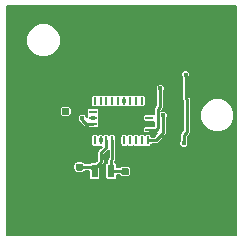
<source format=gbr>
G04 #@! TF.GenerationSoftware,KiCad,Pcbnew,5.0.1-33cea8e~67~ubuntu16.04.1*
G04 #@! TF.CreationDate,2018-10-18T10:52:16-04:00*
G04 #@! TF.ProjectId,IMU Breakout,494D5520427265616B6F75742E6B6963,rev?*
G04 #@! TF.SameCoordinates,Original*
G04 #@! TF.FileFunction,Copper,L2,Bot,Signal*
G04 #@! TF.FilePolarity,Positive*
%FSLAX46Y46*%
G04 Gerber Fmt 4.6, Leading zero omitted, Abs format (unit mm)*
G04 Created by KiCad (PCBNEW 5.0.1-33cea8e~67~ubuntu16.04.1) date Thu 18 Oct 2018 10:52:16 AM EDT*
%MOMM*%
%LPD*%
G01*
G04 APERTURE LIST*
G04 #@! TA.AperFunction,Conductor*
%ADD10C,0.100000*%
G04 #@! TD*
G04 #@! TA.AperFunction,SMDPad,CuDef*
%ADD11C,0.590000*%
G04 #@! TD*
G04 #@! TA.AperFunction,SMDPad,CuDef*
%ADD12R,0.675000X0.254000*%
G04 #@! TD*
G04 #@! TA.AperFunction,SMDPad,CuDef*
%ADD13R,0.254000X0.675000*%
G04 #@! TD*
G04 #@! TA.AperFunction,SMDPad,CuDef*
%ADD14R,0.600000X1.100000*%
G04 #@! TD*
G04 #@! TA.AperFunction,ViaPad*
%ADD15C,0.400000*%
G04 #@! TD*
G04 #@! TA.AperFunction,Conductor*
%ADD16C,0.250000*%
G04 #@! TD*
G04 #@! TA.AperFunction,Conductor*
%ADD17C,0.127000*%
G04 #@! TD*
G04 APERTURE END LIST*
D10*
G04 #@! TO.N,Net-(C3-Pad2)*
G04 #@! TO.C,C3*
G36*
X10526958Y-14015710D02*
X10541276Y-14017834D01*
X10555317Y-14021351D01*
X10568946Y-14026228D01*
X10582031Y-14032417D01*
X10594447Y-14039858D01*
X10606073Y-14048481D01*
X10616798Y-14058202D01*
X10626519Y-14068927D01*
X10635142Y-14080553D01*
X10642583Y-14092969D01*
X10648772Y-14106054D01*
X10653649Y-14119683D01*
X10657166Y-14133724D01*
X10659290Y-14148042D01*
X10660000Y-14162500D01*
X10660000Y-14457500D01*
X10659290Y-14471958D01*
X10657166Y-14486276D01*
X10653649Y-14500317D01*
X10648772Y-14513946D01*
X10642583Y-14527031D01*
X10635142Y-14539447D01*
X10626519Y-14551073D01*
X10616798Y-14561798D01*
X10606073Y-14571519D01*
X10594447Y-14580142D01*
X10582031Y-14587583D01*
X10568946Y-14593772D01*
X10555317Y-14598649D01*
X10541276Y-14602166D01*
X10526958Y-14604290D01*
X10512500Y-14605000D01*
X10167500Y-14605000D01*
X10153042Y-14604290D01*
X10138724Y-14602166D01*
X10124683Y-14598649D01*
X10111054Y-14593772D01*
X10097969Y-14587583D01*
X10085553Y-14580142D01*
X10073927Y-14571519D01*
X10063202Y-14561798D01*
X10053481Y-14551073D01*
X10044858Y-14539447D01*
X10037417Y-14527031D01*
X10031228Y-14513946D01*
X10026351Y-14500317D01*
X10022834Y-14486276D01*
X10020710Y-14471958D01*
X10020000Y-14457500D01*
X10020000Y-14162500D01*
X10020710Y-14148042D01*
X10022834Y-14133724D01*
X10026351Y-14119683D01*
X10031228Y-14106054D01*
X10037417Y-14092969D01*
X10044858Y-14080553D01*
X10053481Y-14068927D01*
X10063202Y-14058202D01*
X10073927Y-14048481D01*
X10085553Y-14039858D01*
X10097969Y-14032417D01*
X10111054Y-14026228D01*
X10124683Y-14021351D01*
X10138724Y-14017834D01*
X10153042Y-14015710D01*
X10167500Y-14015000D01*
X10512500Y-14015000D01*
X10526958Y-14015710D01*
X10526958Y-14015710D01*
G37*
D11*
G04 #@! TD*
G04 #@! TO.P,C3,2*
G04 #@! TO.N,Net-(C3-Pad2)*
X10340000Y-14310000D03*
D10*
G04 #@! TO.N,GND*
G04 #@! TO.C,C3*
G36*
X10526958Y-14985710D02*
X10541276Y-14987834D01*
X10555317Y-14991351D01*
X10568946Y-14996228D01*
X10582031Y-15002417D01*
X10594447Y-15009858D01*
X10606073Y-15018481D01*
X10616798Y-15028202D01*
X10626519Y-15038927D01*
X10635142Y-15050553D01*
X10642583Y-15062969D01*
X10648772Y-15076054D01*
X10653649Y-15089683D01*
X10657166Y-15103724D01*
X10659290Y-15118042D01*
X10660000Y-15132500D01*
X10660000Y-15427500D01*
X10659290Y-15441958D01*
X10657166Y-15456276D01*
X10653649Y-15470317D01*
X10648772Y-15483946D01*
X10642583Y-15497031D01*
X10635142Y-15509447D01*
X10626519Y-15521073D01*
X10616798Y-15531798D01*
X10606073Y-15541519D01*
X10594447Y-15550142D01*
X10582031Y-15557583D01*
X10568946Y-15563772D01*
X10555317Y-15568649D01*
X10541276Y-15572166D01*
X10526958Y-15574290D01*
X10512500Y-15575000D01*
X10167500Y-15575000D01*
X10153042Y-15574290D01*
X10138724Y-15572166D01*
X10124683Y-15568649D01*
X10111054Y-15563772D01*
X10097969Y-15557583D01*
X10085553Y-15550142D01*
X10073927Y-15541519D01*
X10063202Y-15531798D01*
X10053481Y-15521073D01*
X10044858Y-15509447D01*
X10037417Y-15497031D01*
X10031228Y-15483946D01*
X10026351Y-15470317D01*
X10022834Y-15456276D01*
X10020710Y-15441958D01*
X10020000Y-15427500D01*
X10020000Y-15132500D01*
X10020710Y-15118042D01*
X10022834Y-15103724D01*
X10026351Y-15089683D01*
X10031228Y-15076054D01*
X10037417Y-15062969D01*
X10044858Y-15050553D01*
X10053481Y-15038927D01*
X10063202Y-15028202D01*
X10073927Y-15018481D01*
X10085553Y-15009858D01*
X10097969Y-15002417D01*
X10111054Y-14996228D01*
X10124683Y-14991351D01*
X10138724Y-14987834D01*
X10153042Y-14985710D01*
X10167500Y-14985000D01*
X10512500Y-14985000D01*
X10526958Y-14985710D01*
X10526958Y-14985710D01*
G37*
D11*
G04 #@! TD*
G04 #@! TO.P,C3,1*
G04 #@! TO.N,GND*
X10340000Y-15280000D03*
D10*
G04 #@! TO.N,GND*
G04 #@! TO.C,C4*
G36*
X6656958Y-14590710D02*
X6671276Y-14592834D01*
X6685317Y-14596351D01*
X6698946Y-14601228D01*
X6712031Y-14607417D01*
X6724447Y-14614858D01*
X6736073Y-14623481D01*
X6746798Y-14633202D01*
X6756519Y-14643927D01*
X6765142Y-14655553D01*
X6772583Y-14667969D01*
X6778772Y-14681054D01*
X6783649Y-14694683D01*
X6787166Y-14708724D01*
X6789290Y-14723042D01*
X6790000Y-14737500D01*
X6790000Y-15032500D01*
X6789290Y-15046958D01*
X6787166Y-15061276D01*
X6783649Y-15075317D01*
X6778772Y-15088946D01*
X6772583Y-15102031D01*
X6765142Y-15114447D01*
X6756519Y-15126073D01*
X6746798Y-15136798D01*
X6736073Y-15146519D01*
X6724447Y-15155142D01*
X6712031Y-15162583D01*
X6698946Y-15168772D01*
X6685317Y-15173649D01*
X6671276Y-15177166D01*
X6656958Y-15179290D01*
X6642500Y-15180000D01*
X6297500Y-15180000D01*
X6283042Y-15179290D01*
X6268724Y-15177166D01*
X6254683Y-15173649D01*
X6241054Y-15168772D01*
X6227969Y-15162583D01*
X6215553Y-15155142D01*
X6203927Y-15146519D01*
X6193202Y-15136798D01*
X6183481Y-15126073D01*
X6174858Y-15114447D01*
X6167417Y-15102031D01*
X6161228Y-15088946D01*
X6156351Y-15075317D01*
X6152834Y-15061276D01*
X6150710Y-15046958D01*
X6150000Y-15032500D01*
X6150000Y-14737500D01*
X6150710Y-14723042D01*
X6152834Y-14708724D01*
X6156351Y-14694683D01*
X6161228Y-14681054D01*
X6167417Y-14667969D01*
X6174858Y-14655553D01*
X6183481Y-14643927D01*
X6193202Y-14633202D01*
X6203927Y-14623481D01*
X6215553Y-14614858D01*
X6227969Y-14607417D01*
X6241054Y-14601228D01*
X6254683Y-14596351D01*
X6268724Y-14592834D01*
X6283042Y-14590710D01*
X6297500Y-14590000D01*
X6642500Y-14590000D01*
X6656958Y-14590710D01*
X6656958Y-14590710D01*
G37*
D11*
G04 #@! TD*
G04 #@! TO.P,C4,1*
G04 #@! TO.N,GND*
X6470000Y-14885000D03*
D10*
G04 #@! TO.N,Net-(C4-Pad2)*
G04 #@! TO.C,C4*
G36*
X6656958Y-13620710D02*
X6671276Y-13622834D01*
X6685317Y-13626351D01*
X6698946Y-13631228D01*
X6712031Y-13637417D01*
X6724447Y-13644858D01*
X6736073Y-13653481D01*
X6746798Y-13663202D01*
X6756519Y-13673927D01*
X6765142Y-13685553D01*
X6772583Y-13697969D01*
X6778772Y-13711054D01*
X6783649Y-13724683D01*
X6787166Y-13738724D01*
X6789290Y-13753042D01*
X6790000Y-13767500D01*
X6790000Y-14062500D01*
X6789290Y-14076958D01*
X6787166Y-14091276D01*
X6783649Y-14105317D01*
X6778772Y-14118946D01*
X6772583Y-14132031D01*
X6765142Y-14144447D01*
X6756519Y-14156073D01*
X6746798Y-14166798D01*
X6736073Y-14176519D01*
X6724447Y-14185142D01*
X6712031Y-14192583D01*
X6698946Y-14198772D01*
X6685317Y-14203649D01*
X6671276Y-14207166D01*
X6656958Y-14209290D01*
X6642500Y-14210000D01*
X6297500Y-14210000D01*
X6283042Y-14209290D01*
X6268724Y-14207166D01*
X6254683Y-14203649D01*
X6241054Y-14198772D01*
X6227969Y-14192583D01*
X6215553Y-14185142D01*
X6203927Y-14176519D01*
X6193202Y-14166798D01*
X6183481Y-14156073D01*
X6174858Y-14144447D01*
X6167417Y-14132031D01*
X6161228Y-14118946D01*
X6156351Y-14105317D01*
X6152834Y-14091276D01*
X6150710Y-14076958D01*
X6150000Y-14062500D01*
X6150000Y-13767500D01*
X6150710Y-13753042D01*
X6152834Y-13738724D01*
X6156351Y-13724683D01*
X6161228Y-13711054D01*
X6167417Y-13697969D01*
X6174858Y-13685553D01*
X6183481Y-13673927D01*
X6193202Y-13663202D01*
X6203927Y-13653481D01*
X6215553Y-13644858D01*
X6227969Y-13637417D01*
X6241054Y-13631228D01*
X6254683Y-13626351D01*
X6268724Y-13622834D01*
X6283042Y-13620710D01*
X6297500Y-13620000D01*
X6642500Y-13620000D01*
X6656958Y-13620710D01*
X6656958Y-13620710D01*
G37*
D11*
G04 #@! TD*
G04 #@! TO.P,C4,2*
G04 #@! TO.N,Net-(C4-Pad2)*
X6470000Y-13915000D03*
D10*
G04 #@! TO.N,GND*
G04 #@! TO.C,C5*
G36*
X5476958Y-7945710D02*
X5491276Y-7947834D01*
X5505317Y-7951351D01*
X5518946Y-7956228D01*
X5532031Y-7962417D01*
X5544447Y-7969858D01*
X5556073Y-7978481D01*
X5566798Y-7988202D01*
X5576519Y-7998927D01*
X5585142Y-8010553D01*
X5592583Y-8022969D01*
X5598772Y-8036054D01*
X5603649Y-8049683D01*
X5607166Y-8063724D01*
X5609290Y-8078042D01*
X5610000Y-8092500D01*
X5610000Y-8387500D01*
X5609290Y-8401958D01*
X5607166Y-8416276D01*
X5603649Y-8430317D01*
X5598772Y-8443946D01*
X5592583Y-8457031D01*
X5585142Y-8469447D01*
X5576519Y-8481073D01*
X5566798Y-8491798D01*
X5556073Y-8501519D01*
X5544447Y-8510142D01*
X5532031Y-8517583D01*
X5518946Y-8523772D01*
X5505317Y-8528649D01*
X5491276Y-8532166D01*
X5476958Y-8534290D01*
X5462500Y-8535000D01*
X5117500Y-8535000D01*
X5103042Y-8534290D01*
X5088724Y-8532166D01*
X5074683Y-8528649D01*
X5061054Y-8523772D01*
X5047969Y-8517583D01*
X5035553Y-8510142D01*
X5023927Y-8501519D01*
X5013202Y-8491798D01*
X5003481Y-8481073D01*
X4994858Y-8469447D01*
X4987417Y-8457031D01*
X4981228Y-8443946D01*
X4976351Y-8430317D01*
X4972834Y-8416276D01*
X4970710Y-8401958D01*
X4970000Y-8387500D01*
X4970000Y-8092500D01*
X4970710Y-8078042D01*
X4972834Y-8063724D01*
X4976351Y-8049683D01*
X4981228Y-8036054D01*
X4987417Y-8022969D01*
X4994858Y-8010553D01*
X5003481Y-7998927D01*
X5013202Y-7988202D01*
X5023927Y-7978481D01*
X5035553Y-7969858D01*
X5047969Y-7962417D01*
X5061054Y-7956228D01*
X5074683Y-7951351D01*
X5088724Y-7947834D01*
X5103042Y-7945710D01*
X5117500Y-7945000D01*
X5462500Y-7945000D01*
X5476958Y-7945710D01*
X5476958Y-7945710D01*
G37*
D11*
G04 #@! TD*
G04 #@! TO.P,C5,1*
G04 #@! TO.N,GND*
X5290000Y-8240000D03*
D10*
G04 #@! TO.N,+BATT*
G04 #@! TO.C,C5*
G36*
X5476958Y-8915710D02*
X5491276Y-8917834D01*
X5505317Y-8921351D01*
X5518946Y-8926228D01*
X5532031Y-8932417D01*
X5544447Y-8939858D01*
X5556073Y-8948481D01*
X5566798Y-8958202D01*
X5576519Y-8968927D01*
X5585142Y-8980553D01*
X5592583Y-8992969D01*
X5598772Y-9006054D01*
X5603649Y-9019683D01*
X5607166Y-9033724D01*
X5609290Y-9048042D01*
X5610000Y-9062500D01*
X5610000Y-9357500D01*
X5609290Y-9371958D01*
X5607166Y-9386276D01*
X5603649Y-9400317D01*
X5598772Y-9413946D01*
X5592583Y-9427031D01*
X5585142Y-9439447D01*
X5576519Y-9451073D01*
X5566798Y-9461798D01*
X5556073Y-9471519D01*
X5544447Y-9480142D01*
X5532031Y-9487583D01*
X5518946Y-9493772D01*
X5505317Y-9498649D01*
X5491276Y-9502166D01*
X5476958Y-9504290D01*
X5462500Y-9505000D01*
X5117500Y-9505000D01*
X5103042Y-9504290D01*
X5088724Y-9502166D01*
X5074683Y-9498649D01*
X5061054Y-9493772D01*
X5047969Y-9487583D01*
X5035553Y-9480142D01*
X5023927Y-9471519D01*
X5013202Y-9461798D01*
X5003481Y-9451073D01*
X4994858Y-9439447D01*
X4987417Y-9427031D01*
X4981228Y-9413946D01*
X4976351Y-9400317D01*
X4972834Y-9386276D01*
X4970710Y-9371958D01*
X4970000Y-9357500D01*
X4970000Y-9062500D01*
X4970710Y-9048042D01*
X4972834Y-9033724D01*
X4976351Y-9019683D01*
X4981228Y-9006054D01*
X4987417Y-8992969D01*
X4994858Y-8980553D01*
X5003481Y-8968927D01*
X5013202Y-8958202D01*
X5023927Y-8948481D01*
X5035553Y-8939858D01*
X5047969Y-8932417D01*
X5061054Y-8926228D01*
X5074683Y-8921351D01*
X5088724Y-8917834D01*
X5103042Y-8915710D01*
X5117500Y-8915000D01*
X5462500Y-8915000D01*
X5476958Y-8915710D01*
X5476958Y-8915710D01*
G37*
D11*
G04 #@! TD*
G04 #@! TO.P,C5,2*
G04 #@! TO.N,+BATT*
X5290000Y-9210000D03*
D12*
G04 #@! TO.P,U2,19*
G04 #@! TO.N,SCL*
X12387500Y-10750000D03*
D13*
G04 #@! TO.P,U2,6*
G04 #@! TO.N,N/C*
X7750000Y-8337500D03*
D12*
G04 #@! TO.P,U2,2*
G04 #@! TO.N,GND*
X7612500Y-10750000D03*
D13*
G04 #@! TO.P,U2,1*
G04 #@! TO.N,N/C*
X7750000Y-11662500D03*
D12*
G04 #@! TO.P,U2,3*
G04 #@! TO.N,+3V3*
X7612500Y-10250000D03*
G04 #@! TO.P,U2,4*
X7612500Y-9750000D03*
G04 #@! TO.P,U2,5*
G04 #@! TO.N,N/C*
X7612500Y-9250000D03*
D13*
G04 #@! TO.P,U2,28*
G04 #@! TO.N,+3V3*
X8250000Y-11662500D03*
G04 #@! TO.P,U2,27*
G04 #@! TO.N,Net-(C4-Pad2)*
X8750000Y-11662500D03*
G04 #@! TO.P,U2,26*
G04 #@! TO.N,Net-(C3-Pad2)*
X9250000Y-11662500D03*
G04 #@! TO.P,U2,25*
G04 #@! TO.N,GND*
X9750000Y-11662500D03*
G04 #@! TO.P,U2,24*
G04 #@! TO.N,N/C*
X10250000Y-11662500D03*
G04 #@! TO.P,U2,23*
X10750000Y-11662500D03*
G04 #@! TO.P,U2,22*
X11250000Y-11662500D03*
G04 #@! TO.P,U2,21*
X11750000Y-11662500D03*
G04 #@! TO.P,U2,20*
G04 #@! TO.N,SDA*
X12250000Y-11662500D03*
G04 #@! TO.P,U2,7*
G04 #@! TO.N,N/C*
X8250000Y-8337500D03*
G04 #@! TO.P,U2,8*
X8750000Y-8337500D03*
G04 #@! TO.P,U2,9*
X9250000Y-8337500D03*
G04 #@! TO.P,U2,10*
X9750000Y-8337500D03*
G04 #@! TO.P,U2,11*
G04 #@! TO.N,+3V3*
X10250000Y-8337500D03*
G04 #@! TO.P,U2,12*
G04 #@! TO.N,N/C*
X10750000Y-8337500D03*
G04 #@! TO.P,U2,13*
X11250000Y-8337500D03*
G04 #@! TO.P,U2,14*
X11750000Y-8337500D03*
G04 #@! TO.P,U2,15*
G04 #@! TO.N,GND*
X12250000Y-8337500D03*
D12*
G04 #@! TO.P,U2,18*
X12387500Y-10250000D03*
G04 #@! TO.P,U2,17*
G04 #@! TO.N,N/C*
X12387500Y-9750000D03*
G04 #@! TO.P,U2,16*
G04 #@! TO.N,GND*
X12387500Y-9250000D03*
G04 #@! TD*
D14*
G04 #@! TO.P,Y2,1*
G04 #@! TO.N,Net-(C3-Pad2)*
X9144000Y-14266000D03*
G04 #@! TO.P,Y2,2*
G04 #@! TO.N,Net-(C4-Pad2)*
X7744000Y-14266000D03*
G04 #@! TD*
D15*
G04 #@! TO.N,GND*
X7370000Y-12180000D03*
X6910000Y-12180000D03*
X6910000Y-12600000D03*
X7360000Y-12600000D03*
X7780000Y-12590000D03*
X7800000Y-13010000D03*
X7390000Y-13010000D03*
X6930000Y-13010000D03*
X1630000Y-8340000D03*
X5250000Y-8190000D03*
X14560000Y-6370000D03*
X11460000Y-6410000D03*
X13160000Y-4670000D03*
X14620000Y-3320000D03*
X11510000Y-3340000D03*
X15080000Y-8410000D03*
X14800000Y-7260000D03*
X8440000Y-2910000D03*
G04 #@! TO.N,+BATT*
X5280000Y-9180000D03*
G04 #@! TO.N,+3V3*
X8250000Y-11650000D03*
X7600000Y-9760000D03*
X10230000Y-8350000D03*
X6710000Y-9790000D03*
G04 #@! TO.N,CS*
X15450000Y-6110000D03*
X15300000Y-11920000D03*
G04 #@! TO.N,SCL*
X13300000Y-7260000D03*
G04 #@! TO.N,SDA*
X13530000Y-9550000D03*
G04 #@! TD*
D16*
G04 #@! TO.N,Net-(C3-Pad2)*
X9250000Y-11662500D02*
X9250000Y-13240000D01*
X9144000Y-13346000D02*
X9144000Y-14266000D01*
X9250000Y-13240000D02*
X9144000Y-13346000D01*
X10296000Y-14266000D02*
X10340000Y-14310000D01*
X9144000Y-14266000D02*
X10296000Y-14266000D01*
G04 #@! TO.N,Net-(C4-Pad2)*
X8252001Y-12747999D02*
X8252001Y-13367999D01*
X8750000Y-12250000D02*
X8252001Y-12747999D01*
X8750000Y-11662500D02*
X8750000Y-12250000D01*
X7744000Y-14016000D02*
X7744000Y-14266000D01*
X8294000Y-13466000D02*
X7744000Y-14016000D01*
X8294000Y-13409998D02*
X8294000Y-13466000D01*
X8252001Y-13367999D02*
X8294000Y-13409998D01*
X7393000Y-13915000D02*
X7744000Y-14266000D01*
X6470000Y-13915000D02*
X7393000Y-13915000D01*
G04 #@! TO.N,+3V3*
X7025000Y-10250000D02*
X6710000Y-9935000D01*
X7612500Y-10250000D02*
X7025000Y-10250000D01*
X6710000Y-9935000D02*
X6710000Y-9790000D01*
G04 #@! TO.N,CS*
X15450000Y-8111038D02*
X15580000Y-8241038D01*
X15450000Y-6110000D02*
X15450000Y-8111038D01*
X15580000Y-8241038D02*
X15580000Y-10940000D01*
X15300000Y-11220000D02*
X15300000Y-11920000D01*
X15580000Y-10940000D02*
X15300000Y-11220000D01*
G04 #@! TO.N,SCL*
X12975000Y-10750000D02*
X13100000Y-10625000D01*
X12387500Y-10750000D02*
X12975000Y-10750000D01*
X13077999Y-10602999D02*
X13077999Y-9032001D01*
X13100000Y-10625000D02*
X13077999Y-10602999D01*
X13300000Y-8810000D02*
X13300000Y-7260000D01*
X13077999Y-9032001D02*
X13300000Y-8810000D01*
G04 #@! TO.N,SDA*
X13530000Y-9832842D02*
X13520000Y-9842842D01*
X13530000Y-9550000D02*
X13530000Y-9832842D01*
X13520000Y-9842842D02*
X13520000Y-11050000D01*
X12907500Y-11662500D02*
X12250000Y-11662500D01*
X13520000Y-11050000D02*
X12907500Y-11662500D01*
G04 #@! TD*
D17*
G04 #@! TO.N,GND*
G36*
X19709501Y-19709500D02*
X290500Y-19709500D01*
X290500Y-13767500D01*
X5955768Y-13767500D01*
X5955768Y-14062500D01*
X5981781Y-14193275D01*
X6055859Y-14304141D01*
X6166725Y-14378219D01*
X6297500Y-14404232D01*
X6642500Y-14404232D01*
X6773275Y-14378219D01*
X6884141Y-14304141D01*
X6933346Y-14230500D01*
X7249768Y-14230500D01*
X7249768Y-14816000D01*
X7264553Y-14890329D01*
X7306657Y-14953343D01*
X7369671Y-14995447D01*
X7444000Y-15010232D01*
X8044000Y-15010232D01*
X8118329Y-14995447D01*
X8181343Y-14953343D01*
X8223447Y-14890329D01*
X8238232Y-14816000D01*
X8238232Y-13967952D01*
X8495118Y-13711066D01*
X8521463Y-13693463D01*
X8591194Y-13589101D01*
X8609500Y-13497072D01*
X8609500Y-13497069D01*
X8615680Y-13466001D01*
X8610111Y-13438002D01*
X8615681Y-13409998D01*
X8591194Y-13286897D01*
X8591194Y-13286896D01*
X8567501Y-13251437D01*
X8567501Y-12878683D01*
X8934501Y-12511684D01*
X8934501Y-13106534D01*
X8916537Y-13118537D01*
X8873776Y-13182535D01*
X8846806Y-13222899D01*
X8822319Y-13346000D01*
X8828500Y-13377073D01*
X8828500Y-13524851D01*
X8769671Y-13536553D01*
X8706657Y-13578657D01*
X8664553Y-13641671D01*
X8649768Y-13716000D01*
X8649768Y-14816000D01*
X8664553Y-14890329D01*
X8706657Y-14953343D01*
X8769671Y-14995447D01*
X8844000Y-15010232D01*
X9444000Y-15010232D01*
X9518329Y-14995447D01*
X9581343Y-14953343D01*
X9623447Y-14890329D01*
X9638232Y-14816000D01*
X9638232Y-14581500D01*
X9850433Y-14581500D01*
X9851781Y-14588275D01*
X9925859Y-14699141D01*
X10036725Y-14773219D01*
X10167500Y-14799232D01*
X10512500Y-14799232D01*
X10643275Y-14773219D01*
X10754141Y-14699141D01*
X10828219Y-14588275D01*
X10854232Y-14457500D01*
X10854232Y-14162500D01*
X10828219Y-14031725D01*
X10754141Y-13920859D01*
X10643275Y-13846781D01*
X10512500Y-13820768D01*
X10167500Y-13820768D01*
X10036725Y-13846781D01*
X9925859Y-13920859D01*
X9906054Y-13950500D01*
X9638232Y-13950500D01*
X9638232Y-13716000D01*
X9623447Y-13641671D01*
X9581343Y-13578657D01*
X9518329Y-13536553D01*
X9459500Y-13524851D01*
X9459500Y-13479465D01*
X9477463Y-13467463D01*
X9547194Y-13363102D01*
X9565500Y-13271073D01*
X9571681Y-13240000D01*
X9565500Y-13208927D01*
X9565500Y-12028817D01*
X9571232Y-12000000D01*
X9571232Y-11325000D01*
X9928768Y-11325000D01*
X9928768Y-12000000D01*
X9943553Y-12074329D01*
X9985657Y-12137343D01*
X10048671Y-12179447D01*
X10123000Y-12194232D01*
X10377000Y-12194232D01*
X10451329Y-12179447D01*
X10500000Y-12146927D01*
X10548671Y-12179447D01*
X10623000Y-12194232D01*
X10877000Y-12194232D01*
X10951329Y-12179447D01*
X11000000Y-12146927D01*
X11048671Y-12179447D01*
X11123000Y-12194232D01*
X11377000Y-12194232D01*
X11451329Y-12179447D01*
X11500000Y-12146927D01*
X11548671Y-12179447D01*
X11623000Y-12194232D01*
X11877000Y-12194232D01*
X11951329Y-12179447D01*
X12000000Y-12146927D01*
X12048671Y-12179447D01*
X12123000Y-12194232D01*
X12377000Y-12194232D01*
X12451329Y-12179447D01*
X12514343Y-12137343D01*
X12556447Y-12074329D01*
X12571232Y-12000000D01*
X12571232Y-11978000D01*
X12876427Y-11978000D01*
X12907500Y-11984181D01*
X12938573Y-11978000D01*
X13030602Y-11959694D01*
X13134963Y-11889963D01*
X13152566Y-11863618D01*
X13173859Y-11842325D01*
X14909500Y-11842325D01*
X14909500Y-11997675D01*
X14968950Y-12141200D01*
X15078800Y-12251050D01*
X15222325Y-12310500D01*
X15377675Y-12310500D01*
X15521200Y-12251050D01*
X15631050Y-12141200D01*
X15690500Y-11997675D01*
X15690500Y-11842325D01*
X15631050Y-11698800D01*
X15615500Y-11683250D01*
X15615500Y-11350684D01*
X15781121Y-11185064D01*
X15807463Y-11167463D01*
X15854613Y-11096898D01*
X15877194Y-11063102D01*
X15901681Y-10940000D01*
X15895500Y-10908927D01*
X15895500Y-9253467D01*
X16709500Y-9253467D01*
X16709500Y-9826533D01*
X16928803Y-10355978D01*
X17334022Y-10761197D01*
X17863467Y-10980500D01*
X18436533Y-10980500D01*
X18965978Y-10761197D01*
X19371197Y-10355978D01*
X19590500Y-9826533D01*
X19590500Y-9253467D01*
X19371197Y-8724022D01*
X18965978Y-8318803D01*
X18436533Y-8099500D01*
X17863467Y-8099500D01*
X17334022Y-8318803D01*
X16928803Y-8724022D01*
X16709500Y-9253467D01*
X15895500Y-9253467D01*
X15895500Y-8272111D01*
X15901681Y-8241038D01*
X15877194Y-8117936D01*
X15872585Y-8111038D01*
X15807463Y-8013575D01*
X15781119Y-7995973D01*
X15765500Y-7980354D01*
X15765500Y-6346750D01*
X15781050Y-6331200D01*
X15840500Y-6187675D01*
X15840500Y-6032325D01*
X15781050Y-5888800D01*
X15671200Y-5778950D01*
X15527675Y-5719500D01*
X15372325Y-5719500D01*
X15228800Y-5778950D01*
X15118950Y-5888800D01*
X15059500Y-6032325D01*
X15059500Y-6187675D01*
X15118950Y-6331200D01*
X15134500Y-6346750D01*
X15134501Y-8079960D01*
X15128319Y-8111038D01*
X15152806Y-8234139D01*
X15152807Y-8234140D01*
X15222538Y-8338501D01*
X15248880Y-8356102D01*
X15264500Y-8371722D01*
X15264501Y-10809314D01*
X15098881Y-10974934D01*
X15072537Y-10992537D01*
X15029835Y-11056447D01*
X15002806Y-11096899D01*
X14978319Y-11220000D01*
X14984500Y-11251074D01*
X14984501Y-11683249D01*
X14968950Y-11698800D01*
X14909500Y-11842325D01*
X13173859Y-11842325D01*
X13721121Y-11295064D01*
X13747463Y-11277463D01*
X13817194Y-11173102D01*
X13835500Y-11081073D01*
X13841681Y-11050000D01*
X13835500Y-11018927D01*
X13835500Y-9914188D01*
X13845500Y-9863915D01*
X13851681Y-9832843D01*
X13845500Y-9801770D01*
X13845500Y-9786750D01*
X13861050Y-9771200D01*
X13920500Y-9627675D01*
X13920500Y-9472325D01*
X13861050Y-9328800D01*
X13751200Y-9218950D01*
X13607675Y-9159500D01*
X13452325Y-9159500D01*
X13393499Y-9183867D01*
X13393499Y-9162685D01*
X13501121Y-9055064D01*
X13527463Y-9037463D01*
X13597194Y-8933102D01*
X13615500Y-8841073D01*
X13615500Y-8841072D01*
X13621681Y-8810000D01*
X13615500Y-8778927D01*
X13615500Y-7496750D01*
X13631050Y-7481200D01*
X13690500Y-7337675D01*
X13690500Y-7182325D01*
X13631050Y-7038800D01*
X13521200Y-6928950D01*
X13377675Y-6869500D01*
X13222325Y-6869500D01*
X13078800Y-6928950D01*
X12968950Y-7038800D01*
X12909500Y-7182325D01*
X12909500Y-7337675D01*
X12968950Y-7481200D01*
X12984501Y-7496751D01*
X12984500Y-8679315D01*
X12876878Y-8786937D01*
X12850537Y-8804538D01*
X12832936Y-8830880D01*
X12832935Y-8830881D01*
X12780805Y-8908900D01*
X12756318Y-9032001D01*
X12762500Y-9063079D01*
X12762500Y-9436227D01*
X12725000Y-9428768D01*
X12050000Y-9428768D01*
X11975671Y-9443553D01*
X11912657Y-9485657D01*
X11870553Y-9548671D01*
X11855768Y-9623000D01*
X11855768Y-9877000D01*
X11870553Y-9951329D01*
X11912657Y-10014343D01*
X11975671Y-10056447D01*
X12050000Y-10071232D01*
X12725000Y-10071232D01*
X12762499Y-10063773D01*
X12762499Y-10434500D01*
X12753817Y-10434500D01*
X12725000Y-10428768D01*
X12050000Y-10428768D01*
X11975671Y-10443553D01*
X11912657Y-10485657D01*
X11870553Y-10548671D01*
X11855768Y-10623000D01*
X11855768Y-10877000D01*
X11870553Y-10951329D01*
X11912657Y-11014343D01*
X11975671Y-11056447D01*
X12050000Y-11071232D01*
X12725000Y-11071232D01*
X12753817Y-11065500D01*
X12943927Y-11065500D01*
X12975000Y-11071681D01*
X13006073Y-11065500D01*
X13071288Y-11052528D01*
X12776816Y-11347000D01*
X12571232Y-11347000D01*
X12571232Y-11325000D01*
X12556447Y-11250671D01*
X12514343Y-11187657D01*
X12451329Y-11145553D01*
X12377000Y-11130768D01*
X12123000Y-11130768D01*
X12048671Y-11145553D01*
X12000000Y-11178073D01*
X11951329Y-11145553D01*
X11877000Y-11130768D01*
X11623000Y-11130768D01*
X11548671Y-11145553D01*
X11500000Y-11178073D01*
X11451329Y-11145553D01*
X11377000Y-11130768D01*
X11123000Y-11130768D01*
X11048671Y-11145553D01*
X11000000Y-11178073D01*
X10951329Y-11145553D01*
X10877000Y-11130768D01*
X10623000Y-11130768D01*
X10548671Y-11145553D01*
X10500000Y-11178073D01*
X10451329Y-11145553D01*
X10377000Y-11130768D01*
X10123000Y-11130768D01*
X10048671Y-11145553D01*
X9985657Y-11187657D01*
X9943553Y-11250671D01*
X9928768Y-11325000D01*
X9571232Y-11325000D01*
X9556447Y-11250671D01*
X9514343Y-11187657D01*
X9451329Y-11145553D01*
X9377000Y-11130768D01*
X9123000Y-11130768D01*
X9048671Y-11145553D01*
X9000000Y-11178073D01*
X8951329Y-11145553D01*
X8877000Y-11130768D01*
X8623000Y-11130768D01*
X8548671Y-11145553D01*
X8500000Y-11178073D01*
X8451329Y-11145553D01*
X8377000Y-11130768D01*
X8123000Y-11130768D01*
X8048671Y-11145553D01*
X8000000Y-11178073D01*
X7951329Y-11145553D01*
X7877000Y-11130768D01*
X7623000Y-11130768D01*
X7548671Y-11145553D01*
X7485657Y-11187657D01*
X7443553Y-11250671D01*
X7428768Y-11325000D01*
X7428768Y-12000000D01*
X7443553Y-12074329D01*
X7485657Y-12137343D01*
X7548671Y-12179447D01*
X7623000Y-12194232D01*
X7877000Y-12194232D01*
X7951329Y-12179447D01*
X8000000Y-12146927D01*
X8048671Y-12179447D01*
X8123000Y-12194232D01*
X8359583Y-12194232D01*
X8050883Y-12502933D01*
X8024538Y-12520536D01*
X7990365Y-12571681D01*
X7954807Y-12624898D01*
X7930320Y-12747999D01*
X7936501Y-12779073D01*
X7936502Y-13336921D01*
X7930320Y-13367999D01*
X7932891Y-13380925D01*
X7792048Y-13521768D01*
X7444000Y-13521768D01*
X7369671Y-13536553D01*
X7306657Y-13578657D01*
X7292730Y-13599500D01*
X6933346Y-13599500D01*
X6884141Y-13525859D01*
X6773275Y-13451781D01*
X6642500Y-13425768D01*
X6297500Y-13425768D01*
X6166725Y-13451781D01*
X6055859Y-13525859D01*
X5981781Y-13636725D01*
X5955768Y-13767500D01*
X290500Y-13767500D01*
X290500Y-9712325D01*
X6319500Y-9712325D01*
X6319500Y-9867675D01*
X6378950Y-10011200D01*
X6409567Y-10041817D01*
X6412806Y-10058101D01*
X6482537Y-10162463D01*
X6508882Y-10180066D01*
X6779934Y-10451118D01*
X6797537Y-10477463D01*
X6901898Y-10547194D01*
X6993927Y-10565500D01*
X7024999Y-10571681D01*
X7056071Y-10565500D01*
X7246183Y-10565500D01*
X7275000Y-10571232D01*
X7950000Y-10571232D01*
X8024329Y-10556447D01*
X8087343Y-10514343D01*
X8129447Y-10451329D01*
X8144232Y-10377000D01*
X8144232Y-10123000D01*
X8129447Y-10048671D01*
X8096927Y-10000000D01*
X8129447Y-9951329D01*
X8144232Y-9877000D01*
X8144232Y-9623000D01*
X8129447Y-9548671D01*
X8096927Y-9500000D01*
X8129447Y-9451329D01*
X8144232Y-9377000D01*
X8144232Y-9123000D01*
X8129447Y-9048671D01*
X8087343Y-8985657D01*
X8024329Y-8943553D01*
X7950000Y-8928768D01*
X7275000Y-8928768D01*
X7200671Y-8943553D01*
X7137657Y-8985657D01*
X7095553Y-9048671D01*
X7080768Y-9123000D01*
X7080768Y-9377000D01*
X7095553Y-9451329D01*
X7128073Y-9500000D01*
X7095553Y-9548671D01*
X7080768Y-9623000D01*
X7080768Y-9664688D01*
X7041050Y-9568800D01*
X6931200Y-9458950D01*
X6787675Y-9399500D01*
X6632325Y-9399500D01*
X6488800Y-9458950D01*
X6378950Y-9568800D01*
X6319500Y-9712325D01*
X290500Y-9712325D01*
X290500Y-9062500D01*
X4775768Y-9062500D01*
X4775768Y-9357500D01*
X4801781Y-9488275D01*
X4875859Y-9599141D01*
X4986725Y-9673219D01*
X5117500Y-9699232D01*
X5462500Y-9699232D01*
X5593275Y-9673219D01*
X5704141Y-9599141D01*
X5778219Y-9488275D01*
X5804232Y-9357500D01*
X5804232Y-9062500D01*
X5778219Y-8931725D01*
X5704141Y-8820859D01*
X5593275Y-8746781D01*
X5462500Y-8720768D01*
X5117500Y-8720768D01*
X4986725Y-8746781D01*
X4875859Y-8820859D01*
X4801781Y-8931725D01*
X4775768Y-9062500D01*
X290500Y-9062500D01*
X290500Y-8000000D01*
X7428768Y-8000000D01*
X7428768Y-8675000D01*
X7443553Y-8749329D01*
X7485657Y-8812343D01*
X7548671Y-8854447D01*
X7623000Y-8869232D01*
X7877000Y-8869232D01*
X7951329Y-8854447D01*
X8000000Y-8821927D01*
X8048671Y-8854447D01*
X8123000Y-8869232D01*
X8377000Y-8869232D01*
X8451329Y-8854447D01*
X8500000Y-8821927D01*
X8548671Y-8854447D01*
X8623000Y-8869232D01*
X8877000Y-8869232D01*
X8951329Y-8854447D01*
X9000000Y-8821927D01*
X9048671Y-8854447D01*
X9123000Y-8869232D01*
X9377000Y-8869232D01*
X9451329Y-8854447D01*
X9500000Y-8821927D01*
X9548671Y-8854447D01*
X9623000Y-8869232D01*
X9877000Y-8869232D01*
X9951329Y-8854447D01*
X10000000Y-8821927D01*
X10048671Y-8854447D01*
X10123000Y-8869232D01*
X10377000Y-8869232D01*
X10451329Y-8854447D01*
X10500000Y-8821927D01*
X10548671Y-8854447D01*
X10623000Y-8869232D01*
X10877000Y-8869232D01*
X10951329Y-8854447D01*
X11000000Y-8821927D01*
X11048671Y-8854447D01*
X11123000Y-8869232D01*
X11377000Y-8869232D01*
X11451329Y-8854447D01*
X11500000Y-8821927D01*
X11548671Y-8854447D01*
X11623000Y-8869232D01*
X11877000Y-8869232D01*
X11951329Y-8854447D01*
X12014343Y-8812343D01*
X12056447Y-8749329D01*
X12071232Y-8675000D01*
X12071232Y-8000000D01*
X12056447Y-7925671D01*
X12014343Y-7862657D01*
X11951329Y-7820553D01*
X11877000Y-7805768D01*
X11623000Y-7805768D01*
X11548671Y-7820553D01*
X11500000Y-7853073D01*
X11451329Y-7820553D01*
X11377000Y-7805768D01*
X11123000Y-7805768D01*
X11048671Y-7820553D01*
X11000000Y-7853073D01*
X10951329Y-7820553D01*
X10877000Y-7805768D01*
X10623000Y-7805768D01*
X10548671Y-7820553D01*
X10500000Y-7853073D01*
X10451329Y-7820553D01*
X10377000Y-7805768D01*
X10123000Y-7805768D01*
X10048671Y-7820553D01*
X10000000Y-7853073D01*
X9951329Y-7820553D01*
X9877000Y-7805768D01*
X9623000Y-7805768D01*
X9548671Y-7820553D01*
X9500000Y-7853073D01*
X9451329Y-7820553D01*
X9377000Y-7805768D01*
X9123000Y-7805768D01*
X9048671Y-7820553D01*
X9000000Y-7853073D01*
X8951329Y-7820553D01*
X8877000Y-7805768D01*
X8623000Y-7805768D01*
X8548671Y-7820553D01*
X8500000Y-7853073D01*
X8451329Y-7820553D01*
X8377000Y-7805768D01*
X8123000Y-7805768D01*
X8048671Y-7820553D01*
X8000000Y-7853073D01*
X7951329Y-7820553D01*
X7877000Y-7805768D01*
X7623000Y-7805768D01*
X7548671Y-7820553D01*
X7485657Y-7862657D01*
X7443553Y-7925671D01*
X7428768Y-8000000D01*
X290500Y-8000000D01*
X290500Y-2913467D01*
X1979500Y-2913467D01*
X1979500Y-3486533D01*
X2198803Y-4015978D01*
X2604022Y-4421197D01*
X3133467Y-4640500D01*
X3706533Y-4640500D01*
X4235978Y-4421197D01*
X4641197Y-4015978D01*
X4860500Y-3486533D01*
X4860500Y-2913467D01*
X4641197Y-2384022D01*
X4235978Y-1978803D01*
X3706533Y-1759500D01*
X3133467Y-1759500D01*
X2604022Y-1978803D01*
X2198803Y-2384022D01*
X1979500Y-2913467D01*
X290500Y-2913467D01*
X290500Y-290500D01*
X19709500Y-290500D01*
X19709501Y-19709500D01*
X19709501Y-19709500D01*
G37*
X19709501Y-19709500D02*
X290500Y-19709500D01*
X290500Y-13767500D01*
X5955768Y-13767500D01*
X5955768Y-14062500D01*
X5981781Y-14193275D01*
X6055859Y-14304141D01*
X6166725Y-14378219D01*
X6297500Y-14404232D01*
X6642500Y-14404232D01*
X6773275Y-14378219D01*
X6884141Y-14304141D01*
X6933346Y-14230500D01*
X7249768Y-14230500D01*
X7249768Y-14816000D01*
X7264553Y-14890329D01*
X7306657Y-14953343D01*
X7369671Y-14995447D01*
X7444000Y-15010232D01*
X8044000Y-15010232D01*
X8118329Y-14995447D01*
X8181343Y-14953343D01*
X8223447Y-14890329D01*
X8238232Y-14816000D01*
X8238232Y-13967952D01*
X8495118Y-13711066D01*
X8521463Y-13693463D01*
X8591194Y-13589101D01*
X8609500Y-13497072D01*
X8609500Y-13497069D01*
X8615680Y-13466001D01*
X8610111Y-13438002D01*
X8615681Y-13409998D01*
X8591194Y-13286897D01*
X8591194Y-13286896D01*
X8567501Y-13251437D01*
X8567501Y-12878683D01*
X8934501Y-12511684D01*
X8934501Y-13106534D01*
X8916537Y-13118537D01*
X8873776Y-13182535D01*
X8846806Y-13222899D01*
X8822319Y-13346000D01*
X8828500Y-13377073D01*
X8828500Y-13524851D01*
X8769671Y-13536553D01*
X8706657Y-13578657D01*
X8664553Y-13641671D01*
X8649768Y-13716000D01*
X8649768Y-14816000D01*
X8664553Y-14890329D01*
X8706657Y-14953343D01*
X8769671Y-14995447D01*
X8844000Y-15010232D01*
X9444000Y-15010232D01*
X9518329Y-14995447D01*
X9581343Y-14953343D01*
X9623447Y-14890329D01*
X9638232Y-14816000D01*
X9638232Y-14581500D01*
X9850433Y-14581500D01*
X9851781Y-14588275D01*
X9925859Y-14699141D01*
X10036725Y-14773219D01*
X10167500Y-14799232D01*
X10512500Y-14799232D01*
X10643275Y-14773219D01*
X10754141Y-14699141D01*
X10828219Y-14588275D01*
X10854232Y-14457500D01*
X10854232Y-14162500D01*
X10828219Y-14031725D01*
X10754141Y-13920859D01*
X10643275Y-13846781D01*
X10512500Y-13820768D01*
X10167500Y-13820768D01*
X10036725Y-13846781D01*
X9925859Y-13920859D01*
X9906054Y-13950500D01*
X9638232Y-13950500D01*
X9638232Y-13716000D01*
X9623447Y-13641671D01*
X9581343Y-13578657D01*
X9518329Y-13536553D01*
X9459500Y-13524851D01*
X9459500Y-13479465D01*
X9477463Y-13467463D01*
X9547194Y-13363102D01*
X9565500Y-13271073D01*
X9571681Y-13240000D01*
X9565500Y-13208927D01*
X9565500Y-12028817D01*
X9571232Y-12000000D01*
X9571232Y-11325000D01*
X9928768Y-11325000D01*
X9928768Y-12000000D01*
X9943553Y-12074329D01*
X9985657Y-12137343D01*
X10048671Y-12179447D01*
X10123000Y-12194232D01*
X10377000Y-12194232D01*
X10451329Y-12179447D01*
X10500000Y-12146927D01*
X10548671Y-12179447D01*
X10623000Y-12194232D01*
X10877000Y-12194232D01*
X10951329Y-12179447D01*
X11000000Y-12146927D01*
X11048671Y-12179447D01*
X11123000Y-12194232D01*
X11377000Y-12194232D01*
X11451329Y-12179447D01*
X11500000Y-12146927D01*
X11548671Y-12179447D01*
X11623000Y-12194232D01*
X11877000Y-12194232D01*
X11951329Y-12179447D01*
X12000000Y-12146927D01*
X12048671Y-12179447D01*
X12123000Y-12194232D01*
X12377000Y-12194232D01*
X12451329Y-12179447D01*
X12514343Y-12137343D01*
X12556447Y-12074329D01*
X12571232Y-12000000D01*
X12571232Y-11978000D01*
X12876427Y-11978000D01*
X12907500Y-11984181D01*
X12938573Y-11978000D01*
X13030602Y-11959694D01*
X13134963Y-11889963D01*
X13152566Y-11863618D01*
X13173859Y-11842325D01*
X14909500Y-11842325D01*
X14909500Y-11997675D01*
X14968950Y-12141200D01*
X15078800Y-12251050D01*
X15222325Y-12310500D01*
X15377675Y-12310500D01*
X15521200Y-12251050D01*
X15631050Y-12141200D01*
X15690500Y-11997675D01*
X15690500Y-11842325D01*
X15631050Y-11698800D01*
X15615500Y-11683250D01*
X15615500Y-11350684D01*
X15781121Y-11185064D01*
X15807463Y-11167463D01*
X15854613Y-11096898D01*
X15877194Y-11063102D01*
X15901681Y-10940000D01*
X15895500Y-10908927D01*
X15895500Y-9253467D01*
X16709500Y-9253467D01*
X16709500Y-9826533D01*
X16928803Y-10355978D01*
X17334022Y-10761197D01*
X17863467Y-10980500D01*
X18436533Y-10980500D01*
X18965978Y-10761197D01*
X19371197Y-10355978D01*
X19590500Y-9826533D01*
X19590500Y-9253467D01*
X19371197Y-8724022D01*
X18965978Y-8318803D01*
X18436533Y-8099500D01*
X17863467Y-8099500D01*
X17334022Y-8318803D01*
X16928803Y-8724022D01*
X16709500Y-9253467D01*
X15895500Y-9253467D01*
X15895500Y-8272111D01*
X15901681Y-8241038D01*
X15877194Y-8117936D01*
X15872585Y-8111038D01*
X15807463Y-8013575D01*
X15781119Y-7995973D01*
X15765500Y-7980354D01*
X15765500Y-6346750D01*
X15781050Y-6331200D01*
X15840500Y-6187675D01*
X15840500Y-6032325D01*
X15781050Y-5888800D01*
X15671200Y-5778950D01*
X15527675Y-5719500D01*
X15372325Y-5719500D01*
X15228800Y-5778950D01*
X15118950Y-5888800D01*
X15059500Y-6032325D01*
X15059500Y-6187675D01*
X15118950Y-6331200D01*
X15134500Y-6346750D01*
X15134501Y-8079960D01*
X15128319Y-8111038D01*
X15152806Y-8234139D01*
X15152807Y-8234140D01*
X15222538Y-8338501D01*
X15248880Y-8356102D01*
X15264500Y-8371722D01*
X15264501Y-10809314D01*
X15098881Y-10974934D01*
X15072537Y-10992537D01*
X15029835Y-11056447D01*
X15002806Y-11096899D01*
X14978319Y-11220000D01*
X14984500Y-11251074D01*
X14984501Y-11683249D01*
X14968950Y-11698800D01*
X14909500Y-11842325D01*
X13173859Y-11842325D01*
X13721121Y-11295064D01*
X13747463Y-11277463D01*
X13817194Y-11173102D01*
X13835500Y-11081073D01*
X13841681Y-11050000D01*
X13835500Y-11018927D01*
X13835500Y-9914188D01*
X13845500Y-9863915D01*
X13851681Y-9832843D01*
X13845500Y-9801770D01*
X13845500Y-9786750D01*
X13861050Y-9771200D01*
X13920500Y-9627675D01*
X13920500Y-9472325D01*
X13861050Y-9328800D01*
X13751200Y-9218950D01*
X13607675Y-9159500D01*
X13452325Y-9159500D01*
X13393499Y-9183867D01*
X13393499Y-9162685D01*
X13501121Y-9055064D01*
X13527463Y-9037463D01*
X13597194Y-8933102D01*
X13615500Y-8841073D01*
X13615500Y-8841072D01*
X13621681Y-8810000D01*
X13615500Y-8778927D01*
X13615500Y-7496750D01*
X13631050Y-7481200D01*
X13690500Y-7337675D01*
X13690500Y-7182325D01*
X13631050Y-7038800D01*
X13521200Y-6928950D01*
X13377675Y-6869500D01*
X13222325Y-6869500D01*
X13078800Y-6928950D01*
X12968950Y-7038800D01*
X12909500Y-7182325D01*
X12909500Y-7337675D01*
X12968950Y-7481200D01*
X12984501Y-7496751D01*
X12984500Y-8679315D01*
X12876878Y-8786937D01*
X12850537Y-8804538D01*
X12832936Y-8830880D01*
X12832935Y-8830881D01*
X12780805Y-8908900D01*
X12756318Y-9032001D01*
X12762500Y-9063079D01*
X12762500Y-9436227D01*
X12725000Y-9428768D01*
X12050000Y-9428768D01*
X11975671Y-9443553D01*
X11912657Y-9485657D01*
X11870553Y-9548671D01*
X11855768Y-9623000D01*
X11855768Y-9877000D01*
X11870553Y-9951329D01*
X11912657Y-10014343D01*
X11975671Y-10056447D01*
X12050000Y-10071232D01*
X12725000Y-10071232D01*
X12762499Y-10063773D01*
X12762499Y-10434500D01*
X12753817Y-10434500D01*
X12725000Y-10428768D01*
X12050000Y-10428768D01*
X11975671Y-10443553D01*
X11912657Y-10485657D01*
X11870553Y-10548671D01*
X11855768Y-10623000D01*
X11855768Y-10877000D01*
X11870553Y-10951329D01*
X11912657Y-11014343D01*
X11975671Y-11056447D01*
X12050000Y-11071232D01*
X12725000Y-11071232D01*
X12753817Y-11065500D01*
X12943927Y-11065500D01*
X12975000Y-11071681D01*
X13006073Y-11065500D01*
X13071288Y-11052528D01*
X12776816Y-11347000D01*
X12571232Y-11347000D01*
X12571232Y-11325000D01*
X12556447Y-11250671D01*
X12514343Y-11187657D01*
X12451329Y-11145553D01*
X12377000Y-11130768D01*
X12123000Y-11130768D01*
X12048671Y-11145553D01*
X12000000Y-11178073D01*
X11951329Y-11145553D01*
X11877000Y-11130768D01*
X11623000Y-11130768D01*
X11548671Y-11145553D01*
X11500000Y-11178073D01*
X11451329Y-11145553D01*
X11377000Y-11130768D01*
X11123000Y-11130768D01*
X11048671Y-11145553D01*
X11000000Y-11178073D01*
X10951329Y-11145553D01*
X10877000Y-11130768D01*
X10623000Y-11130768D01*
X10548671Y-11145553D01*
X10500000Y-11178073D01*
X10451329Y-11145553D01*
X10377000Y-11130768D01*
X10123000Y-11130768D01*
X10048671Y-11145553D01*
X9985657Y-11187657D01*
X9943553Y-11250671D01*
X9928768Y-11325000D01*
X9571232Y-11325000D01*
X9556447Y-11250671D01*
X9514343Y-11187657D01*
X9451329Y-11145553D01*
X9377000Y-11130768D01*
X9123000Y-11130768D01*
X9048671Y-11145553D01*
X9000000Y-11178073D01*
X8951329Y-11145553D01*
X8877000Y-11130768D01*
X8623000Y-11130768D01*
X8548671Y-11145553D01*
X8500000Y-11178073D01*
X8451329Y-11145553D01*
X8377000Y-11130768D01*
X8123000Y-11130768D01*
X8048671Y-11145553D01*
X8000000Y-11178073D01*
X7951329Y-11145553D01*
X7877000Y-11130768D01*
X7623000Y-11130768D01*
X7548671Y-11145553D01*
X7485657Y-11187657D01*
X7443553Y-11250671D01*
X7428768Y-11325000D01*
X7428768Y-12000000D01*
X7443553Y-12074329D01*
X7485657Y-12137343D01*
X7548671Y-12179447D01*
X7623000Y-12194232D01*
X7877000Y-12194232D01*
X7951329Y-12179447D01*
X8000000Y-12146927D01*
X8048671Y-12179447D01*
X8123000Y-12194232D01*
X8359583Y-12194232D01*
X8050883Y-12502933D01*
X8024538Y-12520536D01*
X7990365Y-12571681D01*
X7954807Y-12624898D01*
X7930320Y-12747999D01*
X7936501Y-12779073D01*
X7936502Y-13336921D01*
X7930320Y-13367999D01*
X7932891Y-13380925D01*
X7792048Y-13521768D01*
X7444000Y-13521768D01*
X7369671Y-13536553D01*
X7306657Y-13578657D01*
X7292730Y-13599500D01*
X6933346Y-13599500D01*
X6884141Y-13525859D01*
X6773275Y-13451781D01*
X6642500Y-13425768D01*
X6297500Y-13425768D01*
X6166725Y-13451781D01*
X6055859Y-13525859D01*
X5981781Y-13636725D01*
X5955768Y-13767500D01*
X290500Y-13767500D01*
X290500Y-9712325D01*
X6319500Y-9712325D01*
X6319500Y-9867675D01*
X6378950Y-10011200D01*
X6409567Y-10041817D01*
X6412806Y-10058101D01*
X6482537Y-10162463D01*
X6508882Y-10180066D01*
X6779934Y-10451118D01*
X6797537Y-10477463D01*
X6901898Y-10547194D01*
X6993927Y-10565500D01*
X7024999Y-10571681D01*
X7056071Y-10565500D01*
X7246183Y-10565500D01*
X7275000Y-10571232D01*
X7950000Y-10571232D01*
X8024329Y-10556447D01*
X8087343Y-10514343D01*
X8129447Y-10451329D01*
X8144232Y-10377000D01*
X8144232Y-10123000D01*
X8129447Y-10048671D01*
X8096927Y-10000000D01*
X8129447Y-9951329D01*
X8144232Y-9877000D01*
X8144232Y-9623000D01*
X8129447Y-9548671D01*
X8096927Y-9500000D01*
X8129447Y-9451329D01*
X8144232Y-9377000D01*
X8144232Y-9123000D01*
X8129447Y-9048671D01*
X8087343Y-8985657D01*
X8024329Y-8943553D01*
X7950000Y-8928768D01*
X7275000Y-8928768D01*
X7200671Y-8943553D01*
X7137657Y-8985657D01*
X7095553Y-9048671D01*
X7080768Y-9123000D01*
X7080768Y-9377000D01*
X7095553Y-9451329D01*
X7128073Y-9500000D01*
X7095553Y-9548671D01*
X7080768Y-9623000D01*
X7080768Y-9664688D01*
X7041050Y-9568800D01*
X6931200Y-9458950D01*
X6787675Y-9399500D01*
X6632325Y-9399500D01*
X6488800Y-9458950D01*
X6378950Y-9568800D01*
X6319500Y-9712325D01*
X290500Y-9712325D01*
X290500Y-9062500D01*
X4775768Y-9062500D01*
X4775768Y-9357500D01*
X4801781Y-9488275D01*
X4875859Y-9599141D01*
X4986725Y-9673219D01*
X5117500Y-9699232D01*
X5462500Y-9699232D01*
X5593275Y-9673219D01*
X5704141Y-9599141D01*
X5778219Y-9488275D01*
X5804232Y-9357500D01*
X5804232Y-9062500D01*
X5778219Y-8931725D01*
X5704141Y-8820859D01*
X5593275Y-8746781D01*
X5462500Y-8720768D01*
X5117500Y-8720768D01*
X4986725Y-8746781D01*
X4875859Y-8820859D01*
X4801781Y-8931725D01*
X4775768Y-9062500D01*
X290500Y-9062500D01*
X290500Y-8000000D01*
X7428768Y-8000000D01*
X7428768Y-8675000D01*
X7443553Y-8749329D01*
X7485657Y-8812343D01*
X7548671Y-8854447D01*
X7623000Y-8869232D01*
X7877000Y-8869232D01*
X7951329Y-8854447D01*
X8000000Y-8821927D01*
X8048671Y-8854447D01*
X8123000Y-8869232D01*
X8377000Y-8869232D01*
X8451329Y-8854447D01*
X8500000Y-8821927D01*
X8548671Y-8854447D01*
X8623000Y-8869232D01*
X8877000Y-8869232D01*
X8951329Y-8854447D01*
X9000000Y-8821927D01*
X9048671Y-8854447D01*
X9123000Y-8869232D01*
X9377000Y-8869232D01*
X9451329Y-8854447D01*
X9500000Y-8821927D01*
X9548671Y-8854447D01*
X9623000Y-8869232D01*
X9877000Y-8869232D01*
X9951329Y-8854447D01*
X10000000Y-8821927D01*
X10048671Y-8854447D01*
X10123000Y-8869232D01*
X10377000Y-8869232D01*
X10451329Y-8854447D01*
X10500000Y-8821927D01*
X10548671Y-8854447D01*
X10623000Y-8869232D01*
X10877000Y-8869232D01*
X10951329Y-8854447D01*
X11000000Y-8821927D01*
X11048671Y-8854447D01*
X11123000Y-8869232D01*
X11377000Y-8869232D01*
X11451329Y-8854447D01*
X11500000Y-8821927D01*
X11548671Y-8854447D01*
X11623000Y-8869232D01*
X11877000Y-8869232D01*
X11951329Y-8854447D01*
X12014343Y-8812343D01*
X12056447Y-8749329D01*
X12071232Y-8675000D01*
X12071232Y-8000000D01*
X12056447Y-7925671D01*
X12014343Y-7862657D01*
X11951329Y-7820553D01*
X11877000Y-7805768D01*
X11623000Y-7805768D01*
X11548671Y-7820553D01*
X11500000Y-7853073D01*
X11451329Y-7820553D01*
X11377000Y-7805768D01*
X11123000Y-7805768D01*
X11048671Y-7820553D01*
X11000000Y-7853073D01*
X10951329Y-7820553D01*
X10877000Y-7805768D01*
X10623000Y-7805768D01*
X10548671Y-7820553D01*
X10500000Y-7853073D01*
X10451329Y-7820553D01*
X10377000Y-7805768D01*
X10123000Y-7805768D01*
X10048671Y-7820553D01*
X10000000Y-7853073D01*
X9951329Y-7820553D01*
X9877000Y-7805768D01*
X9623000Y-7805768D01*
X9548671Y-7820553D01*
X9500000Y-7853073D01*
X9451329Y-7820553D01*
X9377000Y-7805768D01*
X9123000Y-7805768D01*
X9048671Y-7820553D01*
X9000000Y-7853073D01*
X8951329Y-7820553D01*
X8877000Y-7805768D01*
X8623000Y-7805768D01*
X8548671Y-7820553D01*
X8500000Y-7853073D01*
X8451329Y-7820553D01*
X8377000Y-7805768D01*
X8123000Y-7805768D01*
X8048671Y-7820553D01*
X8000000Y-7853073D01*
X7951329Y-7820553D01*
X7877000Y-7805768D01*
X7623000Y-7805768D01*
X7548671Y-7820553D01*
X7485657Y-7862657D01*
X7443553Y-7925671D01*
X7428768Y-8000000D01*
X290500Y-8000000D01*
X290500Y-2913467D01*
X1979500Y-2913467D01*
X1979500Y-3486533D01*
X2198803Y-4015978D01*
X2604022Y-4421197D01*
X3133467Y-4640500D01*
X3706533Y-4640500D01*
X4235978Y-4421197D01*
X4641197Y-4015978D01*
X4860500Y-3486533D01*
X4860500Y-2913467D01*
X4641197Y-2384022D01*
X4235978Y-1978803D01*
X3706533Y-1759500D01*
X3133467Y-1759500D01*
X2604022Y-1978803D01*
X2198803Y-2384022D01*
X1979500Y-2913467D01*
X290500Y-2913467D01*
X290500Y-290500D01*
X19709500Y-290500D01*
X19709501Y-19709500D01*
G04 #@! TD*
M02*

</source>
